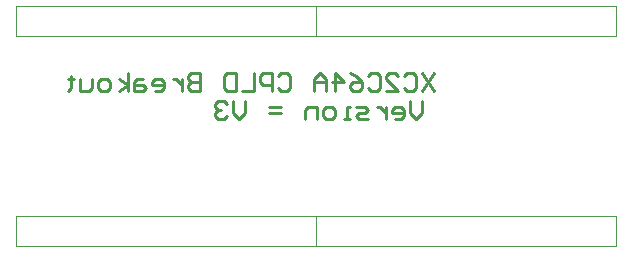
<source format=gbo>
G04*
G04 #@! TF.GenerationSoftware,Altium Limited,Altium Designer,19.1.8 (144)*
G04*
G04 Layer_Color=32896*
%FSLAX25Y25*%
%MOIN*%
G70*
G01*
G75*
%ADD12C,0.01000*%
%ADD15C,0.00394*%
D12*
X164300Y52898D02*
X160301Y46900D01*
Y52898D02*
X164300Y46900D01*
X154303Y51898D02*
X155303Y52898D01*
X157302D01*
X158302Y51898D01*
Y47900D01*
X157302Y46900D01*
X155303D01*
X154303Y47900D01*
X148305Y46900D02*
X152304D01*
X148305Y50899D01*
Y51898D01*
X149305Y52898D01*
X151304D01*
X152304Y51898D01*
X142307D02*
X143307Y52898D01*
X145306D01*
X146306Y51898D01*
Y47900D01*
X145306Y46900D01*
X143307D01*
X142307Y47900D01*
X136309Y52898D02*
X138308Y51898D01*
X140308Y49899D01*
Y47900D01*
X139308Y46900D01*
X137309D01*
X136309Y47900D01*
Y48899D01*
X137309Y49899D01*
X140308D01*
X131311Y46900D02*
Y52898D01*
X134310Y49899D01*
X130311D01*
X128312Y46900D02*
Y50899D01*
X126312Y52898D01*
X124313Y50899D01*
Y46900D01*
Y49899D01*
X128312D01*
X112317Y51898D02*
X113317Y52898D01*
X115316D01*
X116315Y51898D01*
Y47900D01*
X115316Y46900D01*
X113317D01*
X112317Y47900D01*
X110318Y46900D02*
Y52898D01*
X107318D01*
X106319Y51898D01*
Y49899D01*
X107318Y48899D01*
X110318D01*
X104319Y52898D02*
Y46900D01*
X100321D01*
X98321Y52898D02*
Y46900D01*
X95322D01*
X94323Y47900D01*
Y51898D01*
X95322Y52898D01*
X98321D01*
X86325D02*
Y46900D01*
X83326D01*
X82327Y47900D01*
Y48899D01*
X83326Y49899D01*
X86325D01*
X83326D01*
X82327Y50899D01*
Y51898D01*
X83326Y52898D01*
X86325D01*
X80327Y50899D02*
Y46900D01*
Y48899D01*
X79327Y49899D01*
X78328Y50899D01*
X77328D01*
X71330Y46900D02*
X73329D01*
X74329Y47900D01*
Y49899D01*
X73329Y50899D01*
X71330D01*
X70330Y49899D01*
Y48899D01*
X74329D01*
X67331Y50899D02*
X65332D01*
X64332Y49899D01*
Y46900D01*
X67331D01*
X68331Y47900D01*
X67331Y48899D01*
X64332D01*
X62333Y46900D02*
Y52898D01*
Y48899D02*
X59334Y50899D01*
X62333Y48899D02*
X59334Y46900D01*
X55335D02*
X53336D01*
X52336Y47900D01*
Y49899D01*
X53336Y50899D01*
X55335D01*
X56335Y49899D01*
Y47900D01*
X55335Y46900D01*
X50337Y50899D02*
Y47900D01*
X49337Y46900D01*
X46338D01*
Y50899D01*
X43339Y51898D02*
Y50899D01*
X44339D01*
X42339D01*
X43339D01*
Y47900D01*
X42339Y46900D01*
X160500Y43498D02*
Y39499D01*
X158501Y37500D01*
X156501Y39499D01*
Y43498D01*
X151503Y37500D02*
X153502D01*
X154502Y38500D01*
Y40499D01*
X153502Y41499D01*
X151503D01*
X150503Y40499D01*
Y39499D01*
X154502D01*
X148504Y41499D02*
Y37500D01*
Y39499D01*
X147504Y40499D01*
X146504Y41499D01*
X145505D01*
X142506Y37500D02*
X139507D01*
X138507Y38500D01*
X139507Y39499D01*
X141506D01*
X142506Y40499D01*
X141506Y41499D01*
X138507D01*
X136508Y37500D02*
X134508D01*
X135508D01*
Y41499D01*
X136508D01*
X130510Y37500D02*
X128510D01*
X127511Y38500D01*
Y40499D01*
X128510Y41499D01*
X130510D01*
X131509Y40499D01*
Y38500D01*
X130510Y37500D01*
X125511D02*
Y41499D01*
X122512D01*
X121513Y40499D01*
Y37500D01*
X113515Y39499D02*
X109517D01*
X113515Y41499D02*
X109517D01*
X101519Y43498D02*
Y39499D01*
X99520Y37500D01*
X97520Y39499D01*
Y43498D01*
X95521Y42498D02*
X94521Y43498D01*
X92522D01*
X91522Y42498D01*
Y41499D01*
X92522Y40499D01*
X93522D01*
X92522D01*
X91522Y39499D01*
Y38500D01*
X92522Y37500D01*
X94521D01*
X95521Y38500D01*
D15*
X125000Y65000D02*
X225000D01*
X125000D02*
Y75000D01*
X225000D01*
Y65000D02*
Y75000D01*
X25000Y65000D02*
X125000D01*
X25000D02*
Y75000D01*
X125000D01*
Y65000D02*
Y75000D01*
Y-5000D02*
Y5000D01*
Y-5000D02*
X225000D01*
Y5000D01*
X125000D02*
X225000D01*
X25000Y-5000D02*
Y5000D01*
Y-5000D02*
X125000D01*
Y5000D01*
X25000D02*
X125000D01*
M02*

</source>
